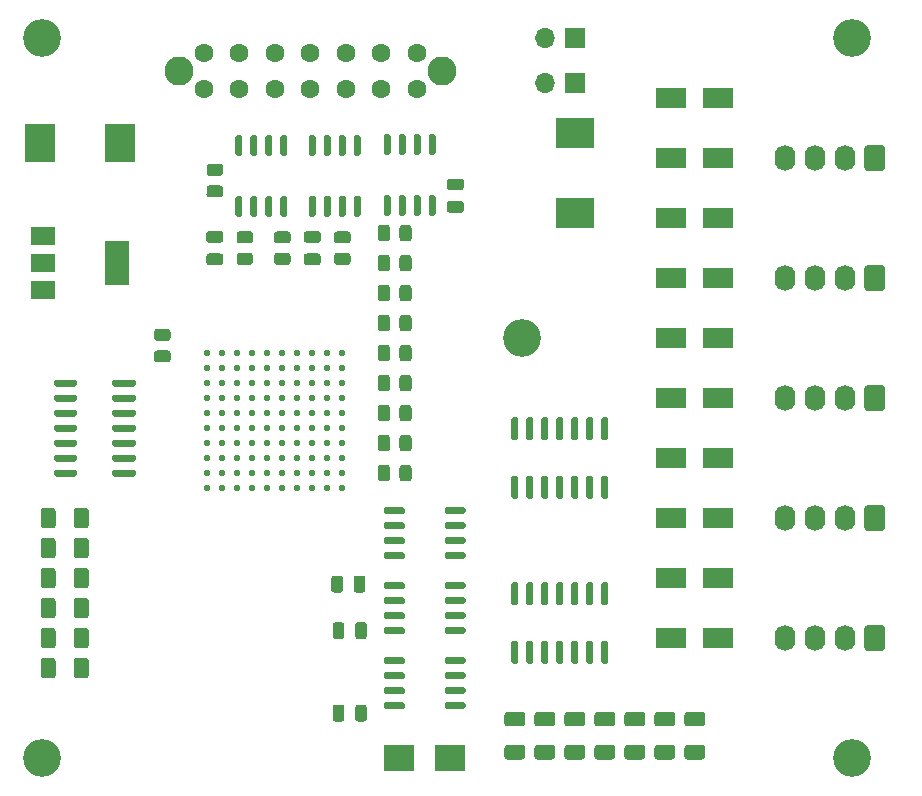
<source format=gts>
G04 #@! TF.GenerationSoftware,KiCad,Pcbnew,5.1.12-84ad8e8a86~92~ubuntu20.04.1*
G04 #@! TF.CreationDate,2021-12-18T18:34:38-08:00*
G04 #@! TF.ProjectId,RspPiPicoIMU,52737050-6950-4696-936f-494d552e6b69,1.0*
G04 #@! TF.SameCoordinates,Original*
G04 #@! TF.FileFunction,Soldermask,Top*
G04 #@! TF.FilePolarity,Negative*
%FSLAX46Y46*%
G04 Gerber Fmt 4.6, Leading zero omitted, Abs format (unit mm)*
G04 Created by KiCad (PCBNEW 5.1.12-84ad8e8a86~92~ubuntu20.04.1) date 2021-12-18 18:34:38*
%MOMM*%
%LPD*%
G01*
G04 APERTURE LIST*
%ADD10C,3.200000*%
%ADD11C,0.560000*%
%ADD12R,2.500000X2.300000*%
%ADD13R,2.500000X1.800000*%
%ADD14R,3.300000X2.500000*%
%ADD15R,2.500000X3.300000*%
%ADD16O,1.740000X2.190000*%
%ADD17R,1.700000X1.700000*%
%ADD18O,1.700000X1.700000*%
%ADD19R,2.000000X3.800000*%
%ADD20R,2.000000X1.500000*%
%ADD21C,2.460244*%
%ADD22C,1.605000*%
G04 APERTURE END LIST*
D10*
X137795000Y-95250000D03*
D11*
X122555000Y-96520000D03*
X121285000Y-96520000D03*
X120015000Y-96520000D03*
X118745000Y-96520000D03*
X117475000Y-96520000D03*
X116205000Y-96520000D03*
X114935000Y-96520000D03*
X113665000Y-96520000D03*
X112395000Y-96520000D03*
X111125000Y-96520000D03*
X122555000Y-97790000D03*
X121285000Y-97790000D03*
X120015000Y-97790000D03*
X118745000Y-97790000D03*
X117475000Y-97790000D03*
X116205000Y-97790000D03*
X114935000Y-97790000D03*
X113665000Y-97790000D03*
X112395000Y-97790000D03*
X111125000Y-97790000D03*
X122555000Y-99060000D03*
X121285000Y-99060000D03*
X120015000Y-99060000D03*
X118745000Y-99060000D03*
X117475000Y-99060000D03*
X116205000Y-99060000D03*
X114935000Y-99060000D03*
X113665000Y-99060000D03*
X112395000Y-99060000D03*
X111125000Y-99060000D03*
X122555000Y-100330000D03*
X121285000Y-100330000D03*
X120015000Y-100330000D03*
X118745000Y-100330000D03*
X117475000Y-100330000D03*
X116205000Y-100330000D03*
X114935000Y-100330000D03*
X113665000Y-100330000D03*
X112395000Y-100330000D03*
X111125000Y-100330000D03*
X122555000Y-101600000D03*
X121285000Y-101600000D03*
X120015000Y-101600000D03*
X118745000Y-101600000D03*
X117475000Y-101600000D03*
X116205000Y-101600000D03*
X114935000Y-101600000D03*
X113665000Y-101600000D03*
X112395000Y-101600000D03*
X111125000Y-101600000D03*
X122555000Y-102870000D03*
X121285000Y-102870000D03*
X120015000Y-102870000D03*
X118745000Y-102870000D03*
X117475000Y-102870000D03*
X116205000Y-102870000D03*
X114935000Y-102870000D03*
X113665000Y-102870000D03*
X112395000Y-102870000D03*
X111125000Y-102870000D03*
X122555000Y-104140000D03*
X121285000Y-104140000D03*
X120015000Y-104140000D03*
X118745000Y-104140000D03*
X117475000Y-104140000D03*
X116205000Y-104140000D03*
X114935000Y-104140000D03*
X113665000Y-104140000D03*
X112395000Y-104140000D03*
X111125000Y-104140000D03*
X122555000Y-105410000D03*
X121285000Y-105410000D03*
X120015000Y-105410000D03*
X118745000Y-105410000D03*
X117475000Y-105410000D03*
X116205000Y-105410000D03*
X114935000Y-105410000D03*
X113665000Y-105410000D03*
X112395000Y-105410000D03*
X111125000Y-105410000D03*
X122555000Y-106680000D03*
X121285000Y-106680000D03*
X120015000Y-106680000D03*
X118745000Y-106680000D03*
X117475000Y-106680000D03*
X116205000Y-106680000D03*
X114935000Y-106680000D03*
X113665000Y-106680000D03*
X112395000Y-106680000D03*
X111125000Y-106680000D03*
X122555000Y-107950000D03*
X121285000Y-107950000D03*
X120015000Y-107950000D03*
X118745000Y-107950000D03*
X117475000Y-107950000D03*
X116205000Y-107950000D03*
X114935000Y-107950000D03*
X113665000Y-107950000D03*
X112395000Y-107950000D03*
X111125000Y-107950000D03*
G36*
G01*
X98150000Y-99210000D02*
X98150000Y-98910000D01*
G75*
G02*
X98300000Y-98760000I150000J0D01*
G01*
X99950000Y-98760000D01*
G75*
G02*
X100100000Y-98910000I0J-150000D01*
G01*
X100100000Y-99210000D01*
G75*
G02*
X99950000Y-99360000I-150000J0D01*
G01*
X98300000Y-99360000D01*
G75*
G02*
X98150000Y-99210000I0J150000D01*
G01*
G37*
G36*
G01*
X98150000Y-100480000D02*
X98150000Y-100180000D01*
G75*
G02*
X98300000Y-100030000I150000J0D01*
G01*
X99950000Y-100030000D01*
G75*
G02*
X100100000Y-100180000I0J-150000D01*
G01*
X100100000Y-100480000D01*
G75*
G02*
X99950000Y-100630000I-150000J0D01*
G01*
X98300000Y-100630000D01*
G75*
G02*
X98150000Y-100480000I0J150000D01*
G01*
G37*
G36*
G01*
X98150000Y-101750000D02*
X98150000Y-101450000D01*
G75*
G02*
X98300000Y-101300000I150000J0D01*
G01*
X99950000Y-101300000D01*
G75*
G02*
X100100000Y-101450000I0J-150000D01*
G01*
X100100000Y-101750000D01*
G75*
G02*
X99950000Y-101900000I-150000J0D01*
G01*
X98300000Y-101900000D01*
G75*
G02*
X98150000Y-101750000I0J150000D01*
G01*
G37*
G36*
G01*
X98150000Y-103020000D02*
X98150000Y-102720000D01*
G75*
G02*
X98300000Y-102570000I150000J0D01*
G01*
X99950000Y-102570000D01*
G75*
G02*
X100100000Y-102720000I0J-150000D01*
G01*
X100100000Y-103020000D01*
G75*
G02*
X99950000Y-103170000I-150000J0D01*
G01*
X98300000Y-103170000D01*
G75*
G02*
X98150000Y-103020000I0J150000D01*
G01*
G37*
G36*
G01*
X98150000Y-104290000D02*
X98150000Y-103990000D01*
G75*
G02*
X98300000Y-103840000I150000J0D01*
G01*
X99950000Y-103840000D01*
G75*
G02*
X100100000Y-103990000I0J-150000D01*
G01*
X100100000Y-104290000D01*
G75*
G02*
X99950000Y-104440000I-150000J0D01*
G01*
X98300000Y-104440000D01*
G75*
G02*
X98150000Y-104290000I0J150000D01*
G01*
G37*
G36*
G01*
X98150000Y-105560000D02*
X98150000Y-105260000D01*
G75*
G02*
X98300000Y-105110000I150000J0D01*
G01*
X99950000Y-105110000D01*
G75*
G02*
X100100000Y-105260000I0J-150000D01*
G01*
X100100000Y-105560000D01*
G75*
G02*
X99950000Y-105710000I-150000J0D01*
G01*
X98300000Y-105710000D01*
G75*
G02*
X98150000Y-105560000I0J150000D01*
G01*
G37*
G36*
G01*
X98150000Y-106830000D02*
X98150000Y-106530000D01*
G75*
G02*
X98300000Y-106380000I150000J0D01*
G01*
X99950000Y-106380000D01*
G75*
G02*
X100100000Y-106530000I0J-150000D01*
G01*
X100100000Y-106830000D01*
G75*
G02*
X99950000Y-106980000I-150000J0D01*
G01*
X98300000Y-106980000D01*
G75*
G02*
X98150000Y-106830000I0J150000D01*
G01*
G37*
G36*
G01*
X103100000Y-106830000D02*
X103100000Y-106530000D01*
G75*
G02*
X103250000Y-106380000I150000J0D01*
G01*
X104900000Y-106380000D01*
G75*
G02*
X105050000Y-106530000I0J-150000D01*
G01*
X105050000Y-106830000D01*
G75*
G02*
X104900000Y-106980000I-150000J0D01*
G01*
X103250000Y-106980000D01*
G75*
G02*
X103100000Y-106830000I0J150000D01*
G01*
G37*
G36*
G01*
X103100000Y-105560000D02*
X103100000Y-105260000D01*
G75*
G02*
X103250000Y-105110000I150000J0D01*
G01*
X104900000Y-105110000D01*
G75*
G02*
X105050000Y-105260000I0J-150000D01*
G01*
X105050000Y-105560000D01*
G75*
G02*
X104900000Y-105710000I-150000J0D01*
G01*
X103250000Y-105710000D01*
G75*
G02*
X103100000Y-105560000I0J150000D01*
G01*
G37*
G36*
G01*
X103100000Y-104290000D02*
X103100000Y-103990000D01*
G75*
G02*
X103250000Y-103840000I150000J0D01*
G01*
X104900000Y-103840000D01*
G75*
G02*
X105050000Y-103990000I0J-150000D01*
G01*
X105050000Y-104290000D01*
G75*
G02*
X104900000Y-104440000I-150000J0D01*
G01*
X103250000Y-104440000D01*
G75*
G02*
X103100000Y-104290000I0J150000D01*
G01*
G37*
G36*
G01*
X103100000Y-103020000D02*
X103100000Y-102720000D01*
G75*
G02*
X103250000Y-102570000I150000J0D01*
G01*
X104900000Y-102570000D01*
G75*
G02*
X105050000Y-102720000I0J-150000D01*
G01*
X105050000Y-103020000D01*
G75*
G02*
X104900000Y-103170000I-150000J0D01*
G01*
X103250000Y-103170000D01*
G75*
G02*
X103100000Y-103020000I0J150000D01*
G01*
G37*
G36*
G01*
X103100000Y-101750000D02*
X103100000Y-101450000D01*
G75*
G02*
X103250000Y-101300000I150000J0D01*
G01*
X104900000Y-101300000D01*
G75*
G02*
X105050000Y-101450000I0J-150000D01*
G01*
X105050000Y-101750000D01*
G75*
G02*
X104900000Y-101900000I-150000J0D01*
G01*
X103250000Y-101900000D01*
G75*
G02*
X103100000Y-101750000I0J150000D01*
G01*
G37*
G36*
G01*
X103100000Y-100480000D02*
X103100000Y-100180000D01*
G75*
G02*
X103250000Y-100030000I150000J0D01*
G01*
X104900000Y-100030000D01*
G75*
G02*
X105050000Y-100180000I0J-150000D01*
G01*
X105050000Y-100480000D01*
G75*
G02*
X104900000Y-100630000I-150000J0D01*
G01*
X103250000Y-100630000D01*
G75*
G02*
X103100000Y-100480000I0J150000D01*
G01*
G37*
G36*
G01*
X103100000Y-99210000D02*
X103100000Y-98910000D01*
G75*
G02*
X103250000Y-98760000I150000J0D01*
G01*
X104900000Y-98760000D01*
G75*
G02*
X105050000Y-98910000I0J-150000D01*
G01*
X105050000Y-99210000D01*
G75*
G02*
X104900000Y-99360000I-150000J0D01*
G01*
X103250000Y-99360000D01*
G75*
G02*
X103100000Y-99210000I0J150000D01*
G01*
G37*
D10*
X97155000Y-69850000D03*
X165735000Y-130810000D03*
X165735000Y-69850000D03*
X97155000Y-130810000D03*
G36*
G01*
X144630000Y-120880000D02*
X144930000Y-120880000D01*
G75*
G02*
X145080000Y-121030000I0J-150000D01*
G01*
X145080000Y-122680000D01*
G75*
G02*
X144930000Y-122830000I-150000J0D01*
G01*
X144630000Y-122830000D01*
G75*
G02*
X144480000Y-122680000I0J150000D01*
G01*
X144480000Y-121030000D01*
G75*
G02*
X144630000Y-120880000I150000J0D01*
G01*
G37*
G36*
G01*
X143360000Y-120880000D02*
X143660000Y-120880000D01*
G75*
G02*
X143810000Y-121030000I0J-150000D01*
G01*
X143810000Y-122680000D01*
G75*
G02*
X143660000Y-122830000I-150000J0D01*
G01*
X143360000Y-122830000D01*
G75*
G02*
X143210000Y-122680000I0J150000D01*
G01*
X143210000Y-121030000D01*
G75*
G02*
X143360000Y-120880000I150000J0D01*
G01*
G37*
G36*
G01*
X142090000Y-120880000D02*
X142390000Y-120880000D01*
G75*
G02*
X142540000Y-121030000I0J-150000D01*
G01*
X142540000Y-122680000D01*
G75*
G02*
X142390000Y-122830000I-150000J0D01*
G01*
X142090000Y-122830000D01*
G75*
G02*
X141940000Y-122680000I0J150000D01*
G01*
X141940000Y-121030000D01*
G75*
G02*
X142090000Y-120880000I150000J0D01*
G01*
G37*
G36*
G01*
X140820000Y-120880000D02*
X141120000Y-120880000D01*
G75*
G02*
X141270000Y-121030000I0J-150000D01*
G01*
X141270000Y-122680000D01*
G75*
G02*
X141120000Y-122830000I-150000J0D01*
G01*
X140820000Y-122830000D01*
G75*
G02*
X140670000Y-122680000I0J150000D01*
G01*
X140670000Y-121030000D01*
G75*
G02*
X140820000Y-120880000I150000J0D01*
G01*
G37*
G36*
G01*
X139550000Y-120880000D02*
X139850000Y-120880000D01*
G75*
G02*
X140000000Y-121030000I0J-150000D01*
G01*
X140000000Y-122680000D01*
G75*
G02*
X139850000Y-122830000I-150000J0D01*
G01*
X139550000Y-122830000D01*
G75*
G02*
X139400000Y-122680000I0J150000D01*
G01*
X139400000Y-121030000D01*
G75*
G02*
X139550000Y-120880000I150000J0D01*
G01*
G37*
G36*
G01*
X138280000Y-120880000D02*
X138580000Y-120880000D01*
G75*
G02*
X138730000Y-121030000I0J-150000D01*
G01*
X138730000Y-122680000D01*
G75*
G02*
X138580000Y-122830000I-150000J0D01*
G01*
X138280000Y-122830000D01*
G75*
G02*
X138130000Y-122680000I0J150000D01*
G01*
X138130000Y-121030000D01*
G75*
G02*
X138280000Y-120880000I150000J0D01*
G01*
G37*
G36*
G01*
X137010000Y-120880000D02*
X137310000Y-120880000D01*
G75*
G02*
X137460000Y-121030000I0J-150000D01*
G01*
X137460000Y-122680000D01*
G75*
G02*
X137310000Y-122830000I-150000J0D01*
G01*
X137010000Y-122830000D01*
G75*
G02*
X136860000Y-122680000I0J150000D01*
G01*
X136860000Y-121030000D01*
G75*
G02*
X137010000Y-120880000I150000J0D01*
G01*
G37*
G36*
G01*
X137010000Y-115930000D02*
X137310000Y-115930000D01*
G75*
G02*
X137460000Y-116080000I0J-150000D01*
G01*
X137460000Y-117730000D01*
G75*
G02*
X137310000Y-117880000I-150000J0D01*
G01*
X137010000Y-117880000D01*
G75*
G02*
X136860000Y-117730000I0J150000D01*
G01*
X136860000Y-116080000D01*
G75*
G02*
X137010000Y-115930000I150000J0D01*
G01*
G37*
G36*
G01*
X138280000Y-115930000D02*
X138580000Y-115930000D01*
G75*
G02*
X138730000Y-116080000I0J-150000D01*
G01*
X138730000Y-117730000D01*
G75*
G02*
X138580000Y-117880000I-150000J0D01*
G01*
X138280000Y-117880000D01*
G75*
G02*
X138130000Y-117730000I0J150000D01*
G01*
X138130000Y-116080000D01*
G75*
G02*
X138280000Y-115930000I150000J0D01*
G01*
G37*
G36*
G01*
X139550000Y-115930000D02*
X139850000Y-115930000D01*
G75*
G02*
X140000000Y-116080000I0J-150000D01*
G01*
X140000000Y-117730000D01*
G75*
G02*
X139850000Y-117880000I-150000J0D01*
G01*
X139550000Y-117880000D01*
G75*
G02*
X139400000Y-117730000I0J150000D01*
G01*
X139400000Y-116080000D01*
G75*
G02*
X139550000Y-115930000I150000J0D01*
G01*
G37*
G36*
G01*
X140820000Y-115930000D02*
X141120000Y-115930000D01*
G75*
G02*
X141270000Y-116080000I0J-150000D01*
G01*
X141270000Y-117730000D01*
G75*
G02*
X141120000Y-117880000I-150000J0D01*
G01*
X140820000Y-117880000D01*
G75*
G02*
X140670000Y-117730000I0J150000D01*
G01*
X140670000Y-116080000D01*
G75*
G02*
X140820000Y-115930000I150000J0D01*
G01*
G37*
G36*
G01*
X142090000Y-115930000D02*
X142390000Y-115930000D01*
G75*
G02*
X142540000Y-116080000I0J-150000D01*
G01*
X142540000Y-117730000D01*
G75*
G02*
X142390000Y-117880000I-150000J0D01*
G01*
X142090000Y-117880000D01*
G75*
G02*
X141940000Y-117730000I0J150000D01*
G01*
X141940000Y-116080000D01*
G75*
G02*
X142090000Y-115930000I150000J0D01*
G01*
G37*
G36*
G01*
X143360000Y-115930000D02*
X143660000Y-115930000D01*
G75*
G02*
X143810000Y-116080000I0J-150000D01*
G01*
X143810000Y-117730000D01*
G75*
G02*
X143660000Y-117880000I-150000J0D01*
G01*
X143360000Y-117880000D01*
G75*
G02*
X143210000Y-117730000I0J150000D01*
G01*
X143210000Y-116080000D01*
G75*
G02*
X143360000Y-115930000I150000J0D01*
G01*
G37*
G36*
G01*
X144630000Y-115930000D02*
X144930000Y-115930000D01*
G75*
G02*
X145080000Y-116080000I0J-150000D01*
G01*
X145080000Y-117730000D01*
G75*
G02*
X144930000Y-117880000I-150000J0D01*
G01*
X144630000Y-117880000D01*
G75*
G02*
X144480000Y-117730000I0J150000D01*
G01*
X144480000Y-116080000D01*
G75*
G02*
X144630000Y-115930000I150000J0D01*
G01*
G37*
G36*
G01*
X144630000Y-106910000D02*
X144930000Y-106910000D01*
G75*
G02*
X145080000Y-107060000I0J-150000D01*
G01*
X145080000Y-108710000D01*
G75*
G02*
X144930000Y-108860000I-150000J0D01*
G01*
X144630000Y-108860000D01*
G75*
G02*
X144480000Y-108710000I0J150000D01*
G01*
X144480000Y-107060000D01*
G75*
G02*
X144630000Y-106910000I150000J0D01*
G01*
G37*
G36*
G01*
X143360000Y-106910000D02*
X143660000Y-106910000D01*
G75*
G02*
X143810000Y-107060000I0J-150000D01*
G01*
X143810000Y-108710000D01*
G75*
G02*
X143660000Y-108860000I-150000J0D01*
G01*
X143360000Y-108860000D01*
G75*
G02*
X143210000Y-108710000I0J150000D01*
G01*
X143210000Y-107060000D01*
G75*
G02*
X143360000Y-106910000I150000J0D01*
G01*
G37*
G36*
G01*
X142090000Y-106910000D02*
X142390000Y-106910000D01*
G75*
G02*
X142540000Y-107060000I0J-150000D01*
G01*
X142540000Y-108710000D01*
G75*
G02*
X142390000Y-108860000I-150000J0D01*
G01*
X142090000Y-108860000D01*
G75*
G02*
X141940000Y-108710000I0J150000D01*
G01*
X141940000Y-107060000D01*
G75*
G02*
X142090000Y-106910000I150000J0D01*
G01*
G37*
G36*
G01*
X140820000Y-106910000D02*
X141120000Y-106910000D01*
G75*
G02*
X141270000Y-107060000I0J-150000D01*
G01*
X141270000Y-108710000D01*
G75*
G02*
X141120000Y-108860000I-150000J0D01*
G01*
X140820000Y-108860000D01*
G75*
G02*
X140670000Y-108710000I0J150000D01*
G01*
X140670000Y-107060000D01*
G75*
G02*
X140820000Y-106910000I150000J0D01*
G01*
G37*
G36*
G01*
X139550000Y-106910000D02*
X139850000Y-106910000D01*
G75*
G02*
X140000000Y-107060000I0J-150000D01*
G01*
X140000000Y-108710000D01*
G75*
G02*
X139850000Y-108860000I-150000J0D01*
G01*
X139550000Y-108860000D01*
G75*
G02*
X139400000Y-108710000I0J150000D01*
G01*
X139400000Y-107060000D01*
G75*
G02*
X139550000Y-106910000I150000J0D01*
G01*
G37*
G36*
G01*
X138280000Y-106910000D02*
X138580000Y-106910000D01*
G75*
G02*
X138730000Y-107060000I0J-150000D01*
G01*
X138730000Y-108710000D01*
G75*
G02*
X138580000Y-108860000I-150000J0D01*
G01*
X138280000Y-108860000D01*
G75*
G02*
X138130000Y-108710000I0J150000D01*
G01*
X138130000Y-107060000D01*
G75*
G02*
X138280000Y-106910000I150000J0D01*
G01*
G37*
G36*
G01*
X137010000Y-106910000D02*
X137310000Y-106910000D01*
G75*
G02*
X137460000Y-107060000I0J-150000D01*
G01*
X137460000Y-108710000D01*
G75*
G02*
X137310000Y-108860000I-150000J0D01*
G01*
X137010000Y-108860000D01*
G75*
G02*
X136860000Y-108710000I0J150000D01*
G01*
X136860000Y-107060000D01*
G75*
G02*
X137010000Y-106910000I150000J0D01*
G01*
G37*
G36*
G01*
X137010000Y-101960000D02*
X137310000Y-101960000D01*
G75*
G02*
X137460000Y-102110000I0J-150000D01*
G01*
X137460000Y-103760000D01*
G75*
G02*
X137310000Y-103910000I-150000J0D01*
G01*
X137010000Y-103910000D01*
G75*
G02*
X136860000Y-103760000I0J150000D01*
G01*
X136860000Y-102110000D01*
G75*
G02*
X137010000Y-101960000I150000J0D01*
G01*
G37*
G36*
G01*
X138280000Y-101960000D02*
X138580000Y-101960000D01*
G75*
G02*
X138730000Y-102110000I0J-150000D01*
G01*
X138730000Y-103760000D01*
G75*
G02*
X138580000Y-103910000I-150000J0D01*
G01*
X138280000Y-103910000D01*
G75*
G02*
X138130000Y-103760000I0J150000D01*
G01*
X138130000Y-102110000D01*
G75*
G02*
X138280000Y-101960000I150000J0D01*
G01*
G37*
G36*
G01*
X139550000Y-101960000D02*
X139850000Y-101960000D01*
G75*
G02*
X140000000Y-102110000I0J-150000D01*
G01*
X140000000Y-103760000D01*
G75*
G02*
X139850000Y-103910000I-150000J0D01*
G01*
X139550000Y-103910000D01*
G75*
G02*
X139400000Y-103760000I0J150000D01*
G01*
X139400000Y-102110000D01*
G75*
G02*
X139550000Y-101960000I150000J0D01*
G01*
G37*
G36*
G01*
X140820000Y-101960000D02*
X141120000Y-101960000D01*
G75*
G02*
X141270000Y-102110000I0J-150000D01*
G01*
X141270000Y-103760000D01*
G75*
G02*
X141120000Y-103910000I-150000J0D01*
G01*
X140820000Y-103910000D01*
G75*
G02*
X140670000Y-103760000I0J150000D01*
G01*
X140670000Y-102110000D01*
G75*
G02*
X140820000Y-101960000I150000J0D01*
G01*
G37*
G36*
G01*
X142090000Y-101960000D02*
X142390000Y-101960000D01*
G75*
G02*
X142540000Y-102110000I0J-150000D01*
G01*
X142540000Y-103760000D01*
G75*
G02*
X142390000Y-103910000I-150000J0D01*
G01*
X142090000Y-103910000D01*
G75*
G02*
X141940000Y-103760000I0J150000D01*
G01*
X141940000Y-102110000D01*
G75*
G02*
X142090000Y-101960000I150000J0D01*
G01*
G37*
G36*
G01*
X143360000Y-101960000D02*
X143660000Y-101960000D01*
G75*
G02*
X143810000Y-102110000I0J-150000D01*
G01*
X143810000Y-103760000D01*
G75*
G02*
X143660000Y-103910000I-150000J0D01*
G01*
X143360000Y-103910000D01*
G75*
G02*
X143210000Y-103760000I0J150000D01*
G01*
X143210000Y-102110000D01*
G75*
G02*
X143360000Y-101960000I150000J0D01*
G01*
G37*
G36*
G01*
X144630000Y-101960000D02*
X144930000Y-101960000D01*
G75*
G02*
X145080000Y-102110000I0J-150000D01*
G01*
X145080000Y-103760000D01*
G75*
G02*
X144930000Y-103910000I-150000J0D01*
G01*
X144630000Y-103910000D01*
G75*
G02*
X144480000Y-103760000I0J150000D01*
G01*
X144480000Y-102110000D01*
G75*
G02*
X144630000Y-101960000I150000J0D01*
G01*
G37*
G36*
G01*
X132990000Y-119865000D02*
X132990000Y-120165000D01*
G75*
G02*
X132840000Y-120315000I-150000J0D01*
G01*
X131390000Y-120315000D01*
G75*
G02*
X131240000Y-120165000I0J150000D01*
G01*
X131240000Y-119865000D01*
G75*
G02*
X131390000Y-119715000I150000J0D01*
G01*
X132840000Y-119715000D01*
G75*
G02*
X132990000Y-119865000I0J-150000D01*
G01*
G37*
G36*
G01*
X132990000Y-118595000D02*
X132990000Y-118895000D01*
G75*
G02*
X132840000Y-119045000I-150000J0D01*
G01*
X131390000Y-119045000D01*
G75*
G02*
X131240000Y-118895000I0J150000D01*
G01*
X131240000Y-118595000D01*
G75*
G02*
X131390000Y-118445000I150000J0D01*
G01*
X132840000Y-118445000D01*
G75*
G02*
X132990000Y-118595000I0J-150000D01*
G01*
G37*
G36*
G01*
X132990000Y-117325000D02*
X132990000Y-117625000D01*
G75*
G02*
X132840000Y-117775000I-150000J0D01*
G01*
X131390000Y-117775000D01*
G75*
G02*
X131240000Y-117625000I0J150000D01*
G01*
X131240000Y-117325000D01*
G75*
G02*
X131390000Y-117175000I150000J0D01*
G01*
X132840000Y-117175000D01*
G75*
G02*
X132990000Y-117325000I0J-150000D01*
G01*
G37*
G36*
G01*
X132990000Y-116055000D02*
X132990000Y-116355000D01*
G75*
G02*
X132840000Y-116505000I-150000J0D01*
G01*
X131390000Y-116505000D01*
G75*
G02*
X131240000Y-116355000I0J150000D01*
G01*
X131240000Y-116055000D01*
G75*
G02*
X131390000Y-115905000I150000J0D01*
G01*
X132840000Y-115905000D01*
G75*
G02*
X132990000Y-116055000I0J-150000D01*
G01*
G37*
G36*
G01*
X127840000Y-116055000D02*
X127840000Y-116355000D01*
G75*
G02*
X127690000Y-116505000I-150000J0D01*
G01*
X126240000Y-116505000D01*
G75*
G02*
X126090000Y-116355000I0J150000D01*
G01*
X126090000Y-116055000D01*
G75*
G02*
X126240000Y-115905000I150000J0D01*
G01*
X127690000Y-115905000D01*
G75*
G02*
X127840000Y-116055000I0J-150000D01*
G01*
G37*
G36*
G01*
X127840000Y-117325000D02*
X127840000Y-117625000D01*
G75*
G02*
X127690000Y-117775000I-150000J0D01*
G01*
X126240000Y-117775000D01*
G75*
G02*
X126090000Y-117625000I0J150000D01*
G01*
X126090000Y-117325000D01*
G75*
G02*
X126240000Y-117175000I150000J0D01*
G01*
X127690000Y-117175000D01*
G75*
G02*
X127840000Y-117325000I0J-150000D01*
G01*
G37*
G36*
G01*
X127840000Y-118595000D02*
X127840000Y-118895000D01*
G75*
G02*
X127690000Y-119045000I-150000J0D01*
G01*
X126240000Y-119045000D01*
G75*
G02*
X126090000Y-118895000I0J150000D01*
G01*
X126090000Y-118595000D01*
G75*
G02*
X126240000Y-118445000I150000J0D01*
G01*
X127690000Y-118445000D01*
G75*
G02*
X127840000Y-118595000I0J-150000D01*
G01*
G37*
G36*
G01*
X127840000Y-119865000D02*
X127840000Y-120165000D01*
G75*
G02*
X127690000Y-120315000I-150000J0D01*
G01*
X126240000Y-120315000D01*
G75*
G02*
X126090000Y-120165000I0J150000D01*
G01*
X126090000Y-119865000D01*
G75*
G02*
X126240000Y-119715000I150000J0D01*
G01*
X127690000Y-119715000D01*
G75*
G02*
X127840000Y-119865000I0J-150000D01*
G01*
G37*
G36*
G01*
X111285000Y-88080000D02*
X112235000Y-88080000D01*
G75*
G02*
X112485000Y-88330000I0J-250000D01*
G01*
X112485000Y-88830000D01*
G75*
G02*
X112235000Y-89080000I-250000J0D01*
G01*
X111285000Y-89080000D01*
G75*
G02*
X111035000Y-88830000I0J250000D01*
G01*
X111035000Y-88330000D01*
G75*
G02*
X111285000Y-88080000I250000J0D01*
G01*
G37*
G36*
G01*
X111285000Y-86180000D02*
X112235000Y-86180000D01*
G75*
G02*
X112485000Y-86430000I0J-250000D01*
G01*
X112485000Y-86930000D01*
G75*
G02*
X112235000Y-87180000I-250000J0D01*
G01*
X111285000Y-87180000D01*
G75*
G02*
X111035000Y-86930000I0J250000D01*
G01*
X111035000Y-86430000D01*
G75*
G02*
X111285000Y-86180000I250000J0D01*
G01*
G37*
G36*
G01*
X119540000Y-86180000D02*
X120490000Y-86180000D01*
G75*
G02*
X120740000Y-86430000I0J-250000D01*
G01*
X120740000Y-86930000D01*
G75*
G02*
X120490000Y-87180000I-250000J0D01*
G01*
X119540000Y-87180000D01*
G75*
G02*
X119290000Y-86930000I0J250000D01*
G01*
X119290000Y-86430000D01*
G75*
G02*
X119540000Y-86180000I250000J0D01*
G01*
G37*
G36*
G01*
X119540000Y-88080000D02*
X120490000Y-88080000D01*
G75*
G02*
X120740000Y-88330000I0J-250000D01*
G01*
X120740000Y-88830000D01*
G75*
G02*
X120490000Y-89080000I-250000J0D01*
G01*
X119540000Y-89080000D01*
G75*
G02*
X119290000Y-88830000I0J250000D01*
G01*
X119290000Y-88330000D01*
G75*
G02*
X119540000Y-88080000I250000J0D01*
G01*
G37*
G36*
G01*
X132605800Y-84635000D02*
X131655800Y-84635000D01*
G75*
G02*
X131405800Y-84385000I0J250000D01*
G01*
X131405800Y-83885000D01*
G75*
G02*
X131655800Y-83635000I250000J0D01*
G01*
X132605800Y-83635000D01*
G75*
G02*
X132855800Y-83885000I0J-250000D01*
G01*
X132855800Y-84385000D01*
G75*
G02*
X132605800Y-84635000I-250000J0D01*
G01*
G37*
G36*
G01*
X132605800Y-82735000D02*
X131655800Y-82735000D01*
G75*
G02*
X131405800Y-82485000I0J250000D01*
G01*
X131405800Y-81985000D01*
G75*
G02*
X131655800Y-81735000I250000J0D01*
G01*
X132605800Y-81735000D01*
G75*
G02*
X132855800Y-81985000I0J-250000D01*
G01*
X132855800Y-82485000D01*
G75*
G02*
X132605800Y-82735000I-250000J0D01*
G01*
G37*
G36*
G01*
X121613000Y-116553000D02*
X121613000Y-115603000D01*
G75*
G02*
X121863000Y-115353000I250000J0D01*
G01*
X122363000Y-115353000D01*
G75*
G02*
X122613000Y-115603000I0J-250000D01*
G01*
X122613000Y-116553000D01*
G75*
G02*
X122363000Y-116803000I-250000J0D01*
G01*
X121863000Y-116803000D01*
G75*
G02*
X121613000Y-116553000I0J250000D01*
G01*
G37*
G36*
G01*
X123513000Y-116553000D02*
X123513000Y-115603000D01*
G75*
G02*
X123763000Y-115353000I250000J0D01*
G01*
X124263000Y-115353000D01*
G75*
G02*
X124513000Y-115603000I0J-250000D01*
G01*
X124513000Y-116553000D01*
G75*
G02*
X124263000Y-116803000I-250000J0D01*
G01*
X123763000Y-116803000D01*
G75*
G02*
X123513000Y-116553000I0J250000D01*
G01*
G37*
G36*
G01*
X121740000Y-127475000D02*
X121740000Y-126525000D01*
G75*
G02*
X121990000Y-126275000I250000J0D01*
G01*
X122490000Y-126275000D01*
G75*
G02*
X122740000Y-126525000I0J-250000D01*
G01*
X122740000Y-127475000D01*
G75*
G02*
X122490000Y-127725000I-250000J0D01*
G01*
X121990000Y-127725000D01*
G75*
G02*
X121740000Y-127475000I0J250000D01*
G01*
G37*
G36*
G01*
X123640000Y-127475000D02*
X123640000Y-126525000D01*
G75*
G02*
X123890000Y-126275000I250000J0D01*
G01*
X124390000Y-126275000D01*
G75*
G02*
X124640000Y-126525000I0J-250000D01*
G01*
X124640000Y-127475000D01*
G75*
G02*
X124390000Y-127725000I-250000J0D01*
G01*
X123890000Y-127725000D01*
G75*
G02*
X123640000Y-127475000I0J250000D01*
G01*
G37*
G36*
G01*
X122740000Y-119540000D02*
X122740000Y-120490000D01*
G75*
G02*
X122490000Y-120740000I-250000J0D01*
G01*
X121990000Y-120740000D01*
G75*
G02*
X121740000Y-120490000I0J250000D01*
G01*
X121740000Y-119540000D01*
G75*
G02*
X121990000Y-119290000I250000J0D01*
G01*
X122490000Y-119290000D01*
G75*
G02*
X122740000Y-119540000I0J-250000D01*
G01*
G37*
G36*
G01*
X124640000Y-119540000D02*
X124640000Y-120490000D01*
G75*
G02*
X124390000Y-120740000I-250000J0D01*
G01*
X123890000Y-120740000D01*
G75*
G02*
X123640000Y-120490000I0J250000D01*
G01*
X123640000Y-119540000D01*
G75*
G02*
X123890000Y-119290000I250000J0D01*
G01*
X124390000Y-119290000D01*
G75*
G02*
X124640000Y-119540000I0J-250000D01*
G01*
G37*
G36*
G01*
X101085000Y-114945000D02*
X101085000Y-116195000D01*
G75*
G02*
X100835000Y-116445000I-250000J0D01*
G01*
X100085000Y-116445000D01*
G75*
G02*
X99835000Y-116195000I0J250000D01*
G01*
X99835000Y-114945000D01*
G75*
G02*
X100085000Y-114695000I250000J0D01*
G01*
X100835000Y-114695000D01*
G75*
G02*
X101085000Y-114945000I0J-250000D01*
G01*
G37*
G36*
G01*
X98285000Y-114945000D02*
X98285000Y-116195000D01*
G75*
G02*
X98035000Y-116445000I-250000J0D01*
G01*
X97285000Y-116445000D01*
G75*
G02*
X97035000Y-116195000I0J250000D01*
G01*
X97035000Y-114945000D01*
G75*
G02*
X97285000Y-114695000I250000J0D01*
G01*
X98035000Y-114695000D01*
G75*
G02*
X98285000Y-114945000I0J-250000D01*
G01*
G37*
G36*
G01*
X101085000Y-112405000D02*
X101085000Y-113655000D01*
G75*
G02*
X100835000Y-113905000I-250000J0D01*
G01*
X100085000Y-113905000D01*
G75*
G02*
X99835000Y-113655000I0J250000D01*
G01*
X99835000Y-112405000D01*
G75*
G02*
X100085000Y-112155000I250000J0D01*
G01*
X100835000Y-112155000D01*
G75*
G02*
X101085000Y-112405000I0J-250000D01*
G01*
G37*
G36*
G01*
X98285000Y-112405000D02*
X98285000Y-113655000D01*
G75*
G02*
X98035000Y-113905000I-250000J0D01*
G01*
X97285000Y-113905000D01*
G75*
G02*
X97035000Y-113655000I0J250000D01*
G01*
X97035000Y-112405000D01*
G75*
G02*
X97285000Y-112155000I250000J0D01*
G01*
X98035000Y-112155000D01*
G75*
G02*
X98285000Y-112405000I0J-250000D01*
G01*
G37*
G36*
G01*
X98285000Y-109865000D02*
X98285000Y-111115000D01*
G75*
G02*
X98035000Y-111365000I-250000J0D01*
G01*
X97285000Y-111365000D01*
G75*
G02*
X97035000Y-111115000I0J250000D01*
G01*
X97035000Y-109865000D01*
G75*
G02*
X97285000Y-109615000I250000J0D01*
G01*
X98035000Y-109615000D01*
G75*
G02*
X98285000Y-109865000I0J-250000D01*
G01*
G37*
G36*
G01*
X101085000Y-109865000D02*
X101085000Y-111115000D01*
G75*
G02*
X100835000Y-111365000I-250000J0D01*
G01*
X100085000Y-111365000D01*
G75*
G02*
X99835000Y-111115000I0J250000D01*
G01*
X99835000Y-109865000D01*
G75*
G02*
X100085000Y-109615000I250000J0D01*
G01*
X100835000Y-109615000D01*
G75*
G02*
X101085000Y-109865000I0J-250000D01*
G01*
G37*
G36*
G01*
X101085000Y-117485000D02*
X101085000Y-118735000D01*
G75*
G02*
X100835000Y-118985000I-250000J0D01*
G01*
X100085000Y-118985000D01*
G75*
G02*
X99835000Y-118735000I0J250000D01*
G01*
X99835000Y-117485000D01*
G75*
G02*
X100085000Y-117235000I250000J0D01*
G01*
X100835000Y-117235000D01*
G75*
G02*
X101085000Y-117485000I0J-250000D01*
G01*
G37*
G36*
G01*
X98285000Y-117485000D02*
X98285000Y-118735000D01*
G75*
G02*
X98035000Y-118985000I-250000J0D01*
G01*
X97285000Y-118985000D01*
G75*
G02*
X97035000Y-118735000I0J250000D01*
G01*
X97035000Y-117485000D01*
G75*
G02*
X97285000Y-117235000I250000J0D01*
G01*
X98035000Y-117235000D01*
G75*
G02*
X98285000Y-117485000I0J-250000D01*
G01*
G37*
G36*
G01*
X98285000Y-120025000D02*
X98285000Y-121275000D01*
G75*
G02*
X98035000Y-121525000I-250000J0D01*
G01*
X97285000Y-121525000D01*
G75*
G02*
X97035000Y-121275000I0J250000D01*
G01*
X97035000Y-120025000D01*
G75*
G02*
X97285000Y-119775000I250000J0D01*
G01*
X98035000Y-119775000D01*
G75*
G02*
X98285000Y-120025000I0J-250000D01*
G01*
G37*
G36*
G01*
X101085000Y-120025000D02*
X101085000Y-121275000D01*
G75*
G02*
X100835000Y-121525000I-250000J0D01*
G01*
X100085000Y-121525000D01*
G75*
G02*
X99835000Y-121275000I0J250000D01*
G01*
X99835000Y-120025000D01*
G75*
G02*
X100085000Y-119775000I250000J0D01*
G01*
X100835000Y-119775000D01*
G75*
G02*
X101085000Y-120025000I0J-250000D01*
G01*
G37*
D12*
X131690000Y-130810000D03*
X127390000Y-130810000D03*
G36*
G01*
X146695000Y-126880000D02*
X147945000Y-126880000D01*
G75*
G02*
X148195000Y-127130000I0J-250000D01*
G01*
X148195000Y-127880000D01*
G75*
G02*
X147945000Y-128130000I-250000J0D01*
G01*
X146695000Y-128130000D01*
G75*
G02*
X146445000Y-127880000I0J250000D01*
G01*
X146445000Y-127130000D01*
G75*
G02*
X146695000Y-126880000I250000J0D01*
G01*
G37*
G36*
G01*
X146695000Y-129680000D02*
X147945000Y-129680000D01*
G75*
G02*
X148195000Y-129930000I0J-250000D01*
G01*
X148195000Y-130680000D01*
G75*
G02*
X147945000Y-130930000I-250000J0D01*
G01*
X146695000Y-130930000D01*
G75*
G02*
X146445000Y-130680000I0J250000D01*
G01*
X146445000Y-129930000D01*
G75*
G02*
X146695000Y-129680000I250000J0D01*
G01*
G37*
G36*
G01*
X141615000Y-126880000D02*
X142865000Y-126880000D01*
G75*
G02*
X143115000Y-127130000I0J-250000D01*
G01*
X143115000Y-127880000D01*
G75*
G02*
X142865000Y-128130000I-250000J0D01*
G01*
X141615000Y-128130000D01*
G75*
G02*
X141365000Y-127880000I0J250000D01*
G01*
X141365000Y-127130000D01*
G75*
G02*
X141615000Y-126880000I250000J0D01*
G01*
G37*
G36*
G01*
X141615000Y-129680000D02*
X142865000Y-129680000D01*
G75*
G02*
X143115000Y-129930000I0J-250000D01*
G01*
X143115000Y-130680000D01*
G75*
G02*
X142865000Y-130930000I-250000J0D01*
G01*
X141615000Y-130930000D01*
G75*
G02*
X141365000Y-130680000I0J250000D01*
G01*
X141365000Y-129930000D01*
G75*
G02*
X141615000Y-129680000I250000J0D01*
G01*
G37*
G36*
G01*
X136535000Y-129680000D02*
X137785000Y-129680000D01*
G75*
G02*
X138035000Y-129930000I0J-250000D01*
G01*
X138035000Y-130680000D01*
G75*
G02*
X137785000Y-130930000I-250000J0D01*
G01*
X136535000Y-130930000D01*
G75*
G02*
X136285000Y-130680000I0J250000D01*
G01*
X136285000Y-129930000D01*
G75*
G02*
X136535000Y-129680000I250000J0D01*
G01*
G37*
G36*
G01*
X136535000Y-126880000D02*
X137785000Y-126880000D01*
G75*
G02*
X138035000Y-127130000I0J-250000D01*
G01*
X138035000Y-127880000D01*
G75*
G02*
X137785000Y-128130000I-250000J0D01*
G01*
X136535000Y-128130000D01*
G75*
G02*
X136285000Y-127880000I0J250000D01*
G01*
X136285000Y-127130000D01*
G75*
G02*
X136535000Y-126880000I250000J0D01*
G01*
G37*
G36*
G01*
X139075000Y-129680000D02*
X140325000Y-129680000D01*
G75*
G02*
X140575000Y-129930000I0J-250000D01*
G01*
X140575000Y-130680000D01*
G75*
G02*
X140325000Y-130930000I-250000J0D01*
G01*
X139075000Y-130930000D01*
G75*
G02*
X138825000Y-130680000I0J250000D01*
G01*
X138825000Y-129930000D01*
G75*
G02*
X139075000Y-129680000I250000J0D01*
G01*
G37*
G36*
G01*
X139075000Y-126880000D02*
X140325000Y-126880000D01*
G75*
G02*
X140575000Y-127130000I0J-250000D01*
G01*
X140575000Y-127880000D01*
G75*
G02*
X140325000Y-128130000I-250000J0D01*
G01*
X139075000Y-128130000D01*
G75*
G02*
X138825000Y-127880000I0J250000D01*
G01*
X138825000Y-127130000D01*
G75*
G02*
X139075000Y-126880000I250000J0D01*
G01*
G37*
G36*
G01*
X144155000Y-126880000D02*
X145405000Y-126880000D01*
G75*
G02*
X145655000Y-127130000I0J-250000D01*
G01*
X145655000Y-127880000D01*
G75*
G02*
X145405000Y-128130000I-250000J0D01*
G01*
X144155000Y-128130000D01*
G75*
G02*
X143905000Y-127880000I0J250000D01*
G01*
X143905000Y-127130000D01*
G75*
G02*
X144155000Y-126880000I250000J0D01*
G01*
G37*
G36*
G01*
X144155000Y-129680000D02*
X145405000Y-129680000D01*
G75*
G02*
X145655000Y-129930000I0J-250000D01*
G01*
X145655000Y-130680000D01*
G75*
G02*
X145405000Y-130930000I-250000J0D01*
G01*
X144155000Y-130930000D01*
G75*
G02*
X143905000Y-130680000I0J250000D01*
G01*
X143905000Y-129930000D01*
G75*
G02*
X144155000Y-129680000I250000J0D01*
G01*
G37*
G36*
G01*
X149235000Y-129680000D02*
X150485000Y-129680000D01*
G75*
G02*
X150735000Y-129930000I0J-250000D01*
G01*
X150735000Y-130680000D01*
G75*
G02*
X150485000Y-130930000I-250000J0D01*
G01*
X149235000Y-130930000D01*
G75*
G02*
X148985000Y-130680000I0J250000D01*
G01*
X148985000Y-129930000D01*
G75*
G02*
X149235000Y-129680000I250000J0D01*
G01*
G37*
G36*
G01*
X149235000Y-126880000D02*
X150485000Y-126880000D01*
G75*
G02*
X150735000Y-127130000I0J-250000D01*
G01*
X150735000Y-127880000D01*
G75*
G02*
X150485000Y-128130000I-250000J0D01*
G01*
X149235000Y-128130000D01*
G75*
G02*
X148985000Y-127880000I0J250000D01*
G01*
X148985000Y-127130000D01*
G75*
G02*
X149235000Y-126880000I250000J0D01*
G01*
G37*
D13*
X154400000Y-120650000D03*
X150400000Y-120650000D03*
D14*
X142240000Y-77880000D03*
X142240000Y-84680000D03*
G36*
G01*
X151775000Y-129680000D02*
X153025000Y-129680000D01*
G75*
G02*
X153275000Y-129930000I0J-250000D01*
G01*
X153275000Y-130680000D01*
G75*
G02*
X153025000Y-130930000I-250000J0D01*
G01*
X151775000Y-130930000D01*
G75*
G02*
X151525000Y-130680000I0J250000D01*
G01*
X151525000Y-129930000D01*
G75*
G02*
X151775000Y-129680000I250000J0D01*
G01*
G37*
G36*
G01*
X151775000Y-126880000D02*
X153025000Y-126880000D01*
G75*
G02*
X153275000Y-127130000I0J-250000D01*
G01*
X153275000Y-127880000D01*
G75*
G02*
X153025000Y-128130000I-250000J0D01*
G01*
X151775000Y-128130000D01*
G75*
G02*
X151525000Y-127880000I0J250000D01*
G01*
X151525000Y-127130000D01*
G75*
G02*
X151775000Y-126880000I250000J0D01*
G01*
G37*
D15*
X96930000Y-78740000D03*
X103730000Y-78740000D03*
G36*
G01*
X101085000Y-122565000D02*
X101085000Y-123815000D01*
G75*
G02*
X100835000Y-124065000I-250000J0D01*
G01*
X100085000Y-124065000D01*
G75*
G02*
X99835000Y-123815000I0J250000D01*
G01*
X99835000Y-122565000D01*
G75*
G02*
X100085000Y-122315000I250000J0D01*
G01*
X100835000Y-122315000D01*
G75*
G02*
X101085000Y-122565000I0J-250000D01*
G01*
G37*
G36*
G01*
X98285000Y-122565000D02*
X98285000Y-123815000D01*
G75*
G02*
X98035000Y-124065000I-250000J0D01*
G01*
X97285000Y-124065000D01*
G75*
G02*
X97035000Y-123815000I0J250000D01*
G01*
X97035000Y-122565000D01*
G75*
G02*
X97285000Y-122315000I250000J0D01*
G01*
X98035000Y-122315000D01*
G75*
G02*
X98285000Y-122565000I0J-250000D01*
G01*
G37*
G36*
G01*
X168510000Y-89324999D02*
X168510000Y-91015001D01*
G75*
G02*
X168260001Y-91265000I-249999J0D01*
G01*
X167019999Y-91265000D01*
G75*
G02*
X166770000Y-91015001I0J249999D01*
G01*
X166770000Y-89324999D01*
G75*
G02*
X167019999Y-89075000I249999J0D01*
G01*
X168260001Y-89075000D01*
G75*
G02*
X168510000Y-89324999I0J-249999D01*
G01*
G37*
D16*
X165100000Y-90170000D03*
X162560000Y-90170000D03*
X160020000Y-90170000D03*
X160020000Y-80010000D03*
X162560000Y-80010000D03*
X165100000Y-80010000D03*
G36*
G01*
X168510000Y-79164999D02*
X168510000Y-80855001D01*
G75*
G02*
X168260001Y-81105000I-249999J0D01*
G01*
X167019999Y-81105000D01*
G75*
G02*
X166770000Y-80855001I0J249999D01*
G01*
X166770000Y-79164999D01*
G75*
G02*
X167019999Y-78915000I249999J0D01*
G01*
X168260001Y-78915000D01*
G75*
G02*
X168510000Y-79164999I0J-249999D01*
G01*
G37*
X160020000Y-100330000D03*
X162560000Y-100330000D03*
X165100000Y-100330000D03*
G36*
G01*
X168510000Y-99484999D02*
X168510000Y-101175001D01*
G75*
G02*
X168260001Y-101425000I-249999J0D01*
G01*
X167019999Y-101425000D01*
G75*
G02*
X166770000Y-101175001I0J249999D01*
G01*
X166770000Y-99484999D01*
G75*
G02*
X167019999Y-99235000I249999J0D01*
G01*
X168260001Y-99235000D01*
G75*
G02*
X168510000Y-99484999I0J-249999D01*
G01*
G37*
G36*
G01*
X168510000Y-109644999D02*
X168510000Y-111335001D01*
G75*
G02*
X168260001Y-111585000I-249999J0D01*
G01*
X167019999Y-111585000D01*
G75*
G02*
X166770000Y-111335001I0J249999D01*
G01*
X166770000Y-109644999D01*
G75*
G02*
X167019999Y-109395000I249999J0D01*
G01*
X168260001Y-109395000D01*
G75*
G02*
X168510000Y-109644999I0J-249999D01*
G01*
G37*
X165100000Y-110490000D03*
X162560000Y-110490000D03*
X160020000Y-110490000D03*
G36*
G01*
X168510000Y-119804999D02*
X168510000Y-121495001D01*
G75*
G02*
X168260001Y-121745000I-249999J0D01*
G01*
X167019999Y-121745000D01*
G75*
G02*
X166770000Y-121495001I0J249999D01*
G01*
X166770000Y-119804999D01*
G75*
G02*
X167019999Y-119555000I249999J0D01*
G01*
X168260001Y-119555000D01*
G75*
G02*
X168510000Y-119804999I0J-249999D01*
G01*
G37*
X165100000Y-120650000D03*
X162560000Y-120650000D03*
X160020000Y-120650000D03*
D17*
X142240000Y-69850000D03*
D18*
X139700000Y-69850000D03*
X139700000Y-73660000D03*
D17*
X142240000Y-73660000D03*
G36*
G01*
X113849998Y-88030000D02*
X114750002Y-88030000D01*
G75*
G02*
X115000000Y-88279998I0J-249998D01*
G01*
X115000000Y-88805002D01*
G75*
G02*
X114750002Y-89055000I-249998J0D01*
G01*
X113849998Y-89055000D01*
G75*
G02*
X113600000Y-88805002I0J249998D01*
G01*
X113600000Y-88279998D01*
G75*
G02*
X113849998Y-88030000I249998J0D01*
G01*
G37*
G36*
G01*
X113849998Y-86205000D02*
X114750002Y-86205000D01*
G75*
G02*
X115000000Y-86454998I0J-249998D01*
G01*
X115000000Y-86980002D01*
G75*
G02*
X114750002Y-87230000I-249998J0D01*
G01*
X113849998Y-87230000D01*
G75*
G02*
X113600000Y-86980002I0J249998D01*
G01*
X113600000Y-86454998D01*
G75*
G02*
X113849998Y-86205000I249998J0D01*
G01*
G37*
G36*
G01*
X122104998Y-86205000D02*
X123005002Y-86205000D01*
G75*
G02*
X123255000Y-86454998I0J-249998D01*
G01*
X123255000Y-86980002D01*
G75*
G02*
X123005002Y-87230000I-249998J0D01*
G01*
X122104998Y-87230000D01*
G75*
G02*
X121855000Y-86980002I0J249998D01*
G01*
X121855000Y-86454998D01*
G75*
G02*
X122104998Y-86205000I249998J0D01*
G01*
G37*
G36*
G01*
X122104998Y-88030000D02*
X123005002Y-88030000D01*
G75*
G02*
X123255000Y-88279998I0J-249998D01*
G01*
X123255000Y-88805002D01*
G75*
G02*
X123005002Y-89055000I-249998J0D01*
G01*
X122104998Y-89055000D01*
G75*
G02*
X121855000Y-88805002I0J249998D01*
G01*
X121855000Y-88279998D01*
G75*
G02*
X122104998Y-88030000I249998J0D01*
G01*
G37*
G36*
G01*
X127400000Y-102050002D02*
X127400000Y-101149998D01*
G75*
G02*
X127649998Y-100900000I249998J0D01*
G01*
X128175002Y-100900000D01*
G75*
G02*
X128425000Y-101149998I0J-249998D01*
G01*
X128425000Y-102050002D01*
G75*
G02*
X128175002Y-102300000I-249998J0D01*
G01*
X127649998Y-102300000D01*
G75*
G02*
X127400000Y-102050002I0J249998D01*
G01*
G37*
G36*
G01*
X125575000Y-102050002D02*
X125575000Y-101149998D01*
G75*
G02*
X125824998Y-100900000I249998J0D01*
G01*
X126350002Y-100900000D01*
G75*
G02*
X126600000Y-101149998I0J-249998D01*
G01*
X126600000Y-102050002D01*
G75*
G02*
X126350002Y-102300000I-249998J0D01*
G01*
X125824998Y-102300000D01*
G75*
G02*
X125575000Y-102050002I0J249998D01*
G01*
G37*
G36*
G01*
X126600000Y-103689998D02*
X126600000Y-104590002D01*
G75*
G02*
X126350002Y-104840000I-249998J0D01*
G01*
X125824998Y-104840000D01*
G75*
G02*
X125575000Y-104590002I0J249998D01*
G01*
X125575000Y-103689998D01*
G75*
G02*
X125824998Y-103440000I249998J0D01*
G01*
X126350002Y-103440000D01*
G75*
G02*
X126600000Y-103689998I0J-249998D01*
G01*
G37*
G36*
G01*
X128425000Y-103689998D02*
X128425000Y-104590002D01*
G75*
G02*
X128175002Y-104840000I-249998J0D01*
G01*
X127649998Y-104840000D01*
G75*
G02*
X127400000Y-104590002I0J249998D01*
G01*
X127400000Y-103689998D01*
G75*
G02*
X127649998Y-103440000I249998J0D01*
G01*
X128175002Y-103440000D01*
G75*
G02*
X128425000Y-103689998I0J-249998D01*
G01*
G37*
G36*
G01*
X111309998Y-80490000D02*
X112210002Y-80490000D01*
G75*
G02*
X112460000Y-80739998I0J-249998D01*
G01*
X112460000Y-81265002D01*
G75*
G02*
X112210002Y-81515000I-249998J0D01*
G01*
X111309998Y-81515000D01*
G75*
G02*
X111060000Y-81265002I0J249998D01*
G01*
X111060000Y-80739998D01*
G75*
G02*
X111309998Y-80490000I249998J0D01*
G01*
G37*
G36*
G01*
X111309998Y-82315000D02*
X112210002Y-82315000D01*
G75*
G02*
X112460000Y-82564998I0J-249998D01*
G01*
X112460000Y-83090002D01*
G75*
G02*
X112210002Y-83340000I-249998J0D01*
G01*
X111309998Y-83340000D01*
G75*
G02*
X111060000Y-83090002I0J249998D01*
G01*
X111060000Y-82564998D01*
G75*
G02*
X111309998Y-82315000I249998J0D01*
G01*
G37*
G36*
G01*
X128425000Y-96069998D02*
X128425000Y-96970002D01*
G75*
G02*
X128175002Y-97220000I-249998J0D01*
G01*
X127649998Y-97220000D01*
G75*
G02*
X127400000Y-96970002I0J249998D01*
G01*
X127400000Y-96069998D01*
G75*
G02*
X127649998Y-95820000I249998J0D01*
G01*
X128175002Y-95820000D01*
G75*
G02*
X128425000Y-96069998I0J-249998D01*
G01*
G37*
G36*
G01*
X126600000Y-96069998D02*
X126600000Y-96970002D01*
G75*
G02*
X126350002Y-97220000I-249998J0D01*
G01*
X125824998Y-97220000D01*
G75*
G02*
X125575000Y-96970002I0J249998D01*
G01*
X125575000Y-96069998D01*
G75*
G02*
X125824998Y-95820000I249998J0D01*
G01*
X126350002Y-95820000D01*
G75*
G02*
X126600000Y-96069998I0J-249998D01*
G01*
G37*
G36*
G01*
X128425000Y-98609998D02*
X128425000Y-99510002D01*
G75*
G02*
X128175002Y-99760000I-249998J0D01*
G01*
X127649998Y-99760000D01*
G75*
G02*
X127400000Y-99510002I0J249998D01*
G01*
X127400000Y-98609998D01*
G75*
G02*
X127649998Y-98360000I249998J0D01*
G01*
X128175002Y-98360000D01*
G75*
G02*
X128425000Y-98609998I0J-249998D01*
G01*
G37*
G36*
G01*
X126600000Y-98609998D02*
X126600000Y-99510002D01*
G75*
G02*
X126350002Y-99760000I-249998J0D01*
G01*
X125824998Y-99760000D01*
G75*
G02*
X125575000Y-99510002I0J249998D01*
G01*
X125575000Y-98609998D01*
G75*
G02*
X125824998Y-98360000I249998J0D01*
G01*
X126350002Y-98360000D01*
G75*
G02*
X126600000Y-98609998I0J-249998D01*
G01*
G37*
G36*
G01*
X106864998Y-96285000D02*
X107765002Y-96285000D01*
G75*
G02*
X108015000Y-96534998I0J-249998D01*
G01*
X108015000Y-97060002D01*
G75*
G02*
X107765002Y-97310000I-249998J0D01*
G01*
X106864998Y-97310000D01*
G75*
G02*
X106615000Y-97060002I0J249998D01*
G01*
X106615000Y-96534998D01*
G75*
G02*
X106864998Y-96285000I249998J0D01*
G01*
G37*
G36*
G01*
X106864998Y-94460000D02*
X107765002Y-94460000D01*
G75*
G02*
X108015000Y-94709998I0J-249998D01*
G01*
X108015000Y-95235002D01*
G75*
G02*
X107765002Y-95485000I-249998J0D01*
G01*
X106864998Y-95485000D01*
G75*
G02*
X106615000Y-95235002I0J249998D01*
G01*
X106615000Y-94709998D01*
G75*
G02*
X106864998Y-94460000I249998J0D01*
G01*
G37*
G36*
G01*
X126600000Y-93529998D02*
X126600000Y-94430002D01*
G75*
G02*
X126350002Y-94680000I-249998J0D01*
G01*
X125824998Y-94680000D01*
G75*
G02*
X125575000Y-94430002I0J249998D01*
G01*
X125575000Y-93529998D01*
G75*
G02*
X125824998Y-93280000I249998J0D01*
G01*
X126350002Y-93280000D01*
G75*
G02*
X126600000Y-93529998I0J-249998D01*
G01*
G37*
G36*
G01*
X128425000Y-93529998D02*
X128425000Y-94430002D01*
G75*
G02*
X128175002Y-94680000I-249998J0D01*
G01*
X127649998Y-94680000D01*
G75*
G02*
X127400000Y-94430002I0J249998D01*
G01*
X127400000Y-93529998D01*
G75*
G02*
X127649998Y-93280000I249998J0D01*
G01*
X128175002Y-93280000D01*
G75*
G02*
X128425000Y-93529998I0J-249998D01*
G01*
G37*
G36*
G01*
X128425000Y-88449998D02*
X128425000Y-89350002D01*
G75*
G02*
X128175002Y-89600000I-249998J0D01*
G01*
X127649998Y-89600000D01*
G75*
G02*
X127400000Y-89350002I0J249998D01*
G01*
X127400000Y-88449998D01*
G75*
G02*
X127649998Y-88200000I249998J0D01*
G01*
X128175002Y-88200000D01*
G75*
G02*
X128425000Y-88449998I0J-249998D01*
G01*
G37*
G36*
G01*
X126600000Y-88449998D02*
X126600000Y-89350002D01*
G75*
G02*
X126350002Y-89600000I-249998J0D01*
G01*
X125824998Y-89600000D01*
G75*
G02*
X125575000Y-89350002I0J249998D01*
G01*
X125575000Y-88449998D01*
G75*
G02*
X125824998Y-88200000I249998J0D01*
G01*
X126350002Y-88200000D01*
G75*
G02*
X126600000Y-88449998I0J-249998D01*
G01*
G37*
G36*
G01*
X117024998Y-88030000D02*
X117925002Y-88030000D01*
G75*
G02*
X118175000Y-88279998I0J-249998D01*
G01*
X118175000Y-88805002D01*
G75*
G02*
X117925002Y-89055000I-249998J0D01*
G01*
X117024998Y-89055000D01*
G75*
G02*
X116775000Y-88805002I0J249998D01*
G01*
X116775000Y-88279998D01*
G75*
G02*
X117024998Y-88030000I249998J0D01*
G01*
G37*
G36*
G01*
X117024998Y-86205000D02*
X117925002Y-86205000D01*
G75*
G02*
X118175000Y-86454998I0J-249998D01*
G01*
X118175000Y-86980002D01*
G75*
G02*
X117925002Y-87230000I-249998J0D01*
G01*
X117024998Y-87230000D01*
G75*
G02*
X116775000Y-86980002I0J249998D01*
G01*
X116775000Y-86454998D01*
G75*
G02*
X117024998Y-86205000I249998J0D01*
G01*
G37*
G36*
G01*
X126600000Y-90989998D02*
X126600000Y-91890002D01*
G75*
G02*
X126350002Y-92140000I-249998J0D01*
G01*
X125824998Y-92140000D01*
G75*
G02*
X125575000Y-91890002I0J249998D01*
G01*
X125575000Y-90989998D01*
G75*
G02*
X125824998Y-90740000I249998J0D01*
G01*
X126350002Y-90740000D01*
G75*
G02*
X126600000Y-90989998I0J-249998D01*
G01*
G37*
G36*
G01*
X128425000Y-90989998D02*
X128425000Y-91890002D01*
G75*
G02*
X128175002Y-92140000I-249998J0D01*
G01*
X127649998Y-92140000D01*
G75*
G02*
X127400000Y-91890002I0J249998D01*
G01*
X127400000Y-90989998D01*
G75*
G02*
X127649998Y-90740000I249998J0D01*
G01*
X128175002Y-90740000D01*
G75*
G02*
X128425000Y-90989998I0J-249998D01*
G01*
G37*
G36*
G01*
X128425000Y-85909998D02*
X128425000Y-86810002D01*
G75*
G02*
X128175002Y-87060000I-249998J0D01*
G01*
X127649998Y-87060000D01*
G75*
G02*
X127400000Y-86810002I0J249998D01*
G01*
X127400000Y-85909998D01*
G75*
G02*
X127649998Y-85660000I249998J0D01*
G01*
X128175002Y-85660000D01*
G75*
G02*
X128425000Y-85909998I0J-249998D01*
G01*
G37*
G36*
G01*
X126600000Y-85909998D02*
X126600000Y-86810002D01*
G75*
G02*
X126350002Y-87060000I-249998J0D01*
G01*
X125824998Y-87060000D01*
G75*
G02*
X125575000Y-86810002I0J249998D01*
G01*
X125575000Y-85909998D01*
G75*
G02*
X125824998Y-85660000I249998J0D01*
G01*
X126350002Y-85660000D01*
G75*
G02*
X126600000Y-85909998I0J-249998D01*
G01*
G37*
G36*
G01*
X126600000Y-106229998D02*
X126600000Y-107130002D01*
G75*
G02*
X126350002Y-107380000I-249998J0D01*
G01*
X125824998Y-107380000D01*
G75*
G02*
X125575000Y-107130002I0J249998D01*
G01*
X125575000Y-106229998D01*
G75*
G02*
X125824998Y-105980000I249998J0D01*
G01*
X126350002Y-105980000D01*
G75*
G02*
X126600000Y-106229998I0J-249998D01*
G01*
G37*
G36*
G01*
X128425000Y-106229998D02*
X128425000Y-107130002D01*
G75*
G02*
X128175002Y-107380000I-249998J0D01*
G01*
X127649998Y-107380000D01*
G75*
G02*
X127400000Y-107130002I0J249998D01*
G01*
X127400000Y-106229998D01*
G75*
G02*
X127649998Y-105980000I249998J0D01*
G01*
X128175002Y-105980000D01*
G75*
G02*
X128425000Y-106229998I0J-249998D01*
G01*
G37*
G36*
G01*
X113950000Y-79835000D02*
X113650000Y-79835000D01*
G75*
G02*
X113500000Y-79685000I0J150000D01*
G01*
X113500000Y-78235000D01*
G75*
G02*
X113650000Y-78085000I150000J0D01*
G01*
X113950000Y-78085000D01*
G75*
G02*
X114100000Y-78235000I0J-150000D01*
G01*
X114100000Y-79685000D01*
G75*
G02*
X113950000Y-79835000I-150000J0D01*
G01*
G37*
G36*
G01*
X115220000Y-79835000D02*
X114920000Y-79835000D01*
G75*
G02*
X114770000Y-79685000I0J150000D01*
G01*
X114770000Y-78235000D01*
G75*
G02*
X114920000Y-78085000I150000J0D01*
G01*
X115220000Y-78085000D01*
G75*
G02*
X115370000Y-78235000I0J-150000D01*
G01*
X115370000Y-79685000D01*
G75*
G02*
X115220000Y-79835000I-150000J0D01*
G01*
G37*
G36*
G01*
X116490000Y-79835000D02*
X116190000Y-79835000D01*
G75*
G02*
X116040000Y-79685000I0J150000D01*
G01*
X116040000Y-78235000D01*
G75*
G02*
X116190000Y-78085000I150000J0D01*
G01*
X116490000Y-78085000D01*
G75*
G02*
X116640000Y-78235000I0J-150000D01*
G01*
X116640000Y-79685000D01*
G75*
G02*
X116490000Y-79835000I-150000J0D01*
G01*
G37*
G36*
G01*
X117760000Y-79835000D02*
X117460000Y-79835000D01*
G75*
G02*
X117310000Y-79685000I0J150000D01*
G01*
X117310000Y-78235000D01*
G75*
G02*
X117460000Y-78085000I150000J0D01*
G01*
X117760000Y-78085000D01*
G75*
G02*
X117910000Y-78235000I0J-150000D01*
G01*
X117910000Y-79685000D01*
G75*
G02*
X117760000Y-79835000I-150000J0D01*
G01*
G37*
G36*
G01*
X117760000Y-84985000D02*
X117460000Y-84985000D01*
G75*
G02*
X117310000Y-84835000I0J150000D01*
G01*
X117310000Y-83385000D01*
G75*
G02*
X117460000Y-83235000I150000J0D01*
G01*
X117760000Y-83235000D01*
G75*
G02*
X117910000Y-83385000I0J-150000D01*
G01*
X117910000Y-84835000D01*
G75*
G02*
X117760000Y-84985000I-150000J0D01*
G01*
G37*
G36*
G01*
X116490000Y-84985000D02*
X116190000Y-84985000D01*
G75*
G02*
X116040000Y-84835000I0J150000D01*
G01*
X116040000Y-83385000D01*
G75*
G02*
X116190000Y-83235000I150000J0D01*
G01*
X116490000Y-83235000D01*
G75*
G02*
X116640000Y-83385000I0J-150000D01*
G01*
X116640000Y-84835000D01*
G75*
G02*
X116490000Y-84985000I-150000J0D01*
G01*
G37*
G36*
G01*
X115220000Y-84985000D02*
X114920000Y-84985000D01*
G75*
G02*
X114770000Y-84835000I0J150000D01*
G01*
X114770000Y-83385000D01*
G75*
G02*
X114920000Y-83235000I150000J0D01*
G01*
X115220000Y-83235000D01*
G75*
G02*
X115370000Y-83385000I0J-150000D01*
G01*
X115370000Y-84835000D01*
G75*
G02*
X115220000Y-84985000I-150000J0D01*
G01*
G37*
G36*
G01*
X113950000Y-84985000D02*
X113650000Y-84985000D01*
G75*
G02*
X113500000Y-84835000I0J150000D01*
G01*
X113500000Y-83385000D01*
G75*
G02*
X113650000Y-83235000I150000J0D01*
G01*
X113950000Y-83235000D01*
G75*
G02*
X114100000Y-83385000I0J-150000D01*
G01*
X114100000Y-84835000D01*
G75*
G02*
X113950000Y-84985000I-150000J0D01*
G01*
G37*
G36*
G01*
X120165000Y-84960000D02*
X119865000Y-84960000D01*
G75*
G02*
X119715000Y-84810000I0J150000D01*
G01*
X119715000Y-83360000D01*
G75*
G02*
X119865000Y-83210000I150000J0D01*
G01*
X120165000Y-83210000D01*
G75*
G02*
X120315000Y-83360000I0J-150000D01*
G01*
X120315000Y-84810000D01*
G75*
G02*
X120165000Y-84960000I-150000J0D01*
G01*
G37*
G36*
G01*
X121435000Y-84960000D02*
X121135000Y-84960000D01*
G75*
G02*
X120985000Y-84810000I0J150000D01*
G01*
X120985000Y-83360000D01*
G75*
G02*
X121135000Y-83210000I150000J0D01*
G01*
X121435000Y-83210000D01*
G75*
G02*
X121585000Y-83360000I0J-150000D01*
G01*
X121585000Y-84810000D01*
G75*
G02*
X121435000Y-84960000I-150000J0D01*
G01*
G37*
G36*
G01*
X122705000Y-84960000D02*
X122405000Y-84960000D01*
G75*
G02*
X122255000Y-84810000I0J150000D01*
G01*
X122255000Y-83360000D01*
G75*
G02*
X122405000Y-83210000I150000J0D01*
G01*
X122705000Y-83210000D01*
G75*
G02*
X122855000Y-83360000I0J-150000D01*
G01*
X122855000Y-84810000D01*
G75*
G02*
X122705000Y-84960000I-150000J0D01*
G01*
G37*
G36*
G01*
X123975000Y-84960000D02*
X123675000Y-84960000D01*
G75*
G02*
X123525000Y-84810000I0J150000D01*
G01*
X123525000Y-83360000D01*
G75*
G02*
X123675000Y-83210000I150000J0D01*
G01*
X123975000Y-83210000D01*
G75*
G02*
X124125000Y-83360000I0J-150000D01*
G01*
X124125000Y-84810000D01*
G75*
G02*
X123975000Y-84960000I-150000J0D01*
G01*
G37*
G36*
G01*
X123975000Y-79810000D02*
X123675000Y-79810000D01*
G75*
G02*
X123525000Y-79660000I0J150000D01*
G01*
X123525000Y-78210000D01*
G75*
G02*
X123675000Y-78060000I150000J0D01*
G01*
X123975000Y-78060000D01*
G75*
G02*
X124125000Y-78210000I0J-150000D01*
G01*
X124125000Y-79660000D01*
G75*
G02*
X123975000Y-79810000I-150000J0D01*
G01*
G37*
G36*
G01*
X122705000Y-79810000D02*
X122405000Y-79810000D01*
G75*
G02*
X122255000Y-79660000I0J150000D01*
G01*
X122255000Y-78210000D01*
G75*
G02*
X122405000Y-78060000I150000J0D01*
G01*
X122705000Y-78060000D01*
G75*
G02*
X122855000Y-78210000I0J-150000D01*
G01*
X122855000Y-79660000D01*
G75*
G02*
X122705000Y-79810000I-150000J0D01*
G01*
G37*
G36*
G01*
X121435000Y-79810000D02*
X121135000Y-79810000D01*
G75*
G02*
X120985000Y-79660000I0J150000D01*
G01*
X120985000Y-78210000D01*
G75*
G02*
X121135000Y-78060000I150000J0D01*
G01*
X121435000Y-78060000D01*
G75*
G02*
X121585000Y-78210000I0J-150000D01*
G01*
X121585000Y-79660000D01*
G75*
G02*
X121435000Y-79810000I-150000J0D01*
G01*
G37*
G36*
G01*
X120165000Y-79810000D02*
X119865000Y-79810000D01*
G75*
G02*
X119715000Y-79660000I0J150000D01*
G01*
X119715000Y-78210000D01*
G75*
G02*
X119865000Y-78060000I150000J0D01*
G01*
X120165000Y-78060000D01*
G75*
G02*
X120315000Y-78210000I0J-150000D01*
G01*
X120315000Y-79660000D01*
G75*
G02*
X120165000Y-79810000I-150000J0D01*
G01*
G37*
G36*
G01*
X126515000Y-79735000D02*
X126215000Y-79735000D01*
G75*
G02*
X126065000Y-79585000I0J150000D01*
G01*
X126065000Y-78135000D01*
G75*
G02*
X126215000Y-77985000I150000J0D01*
G01*
X126515000Y-77985000D01*
G75*
G02*
X126665000Y-78135000I0J-150000D01*
G01*
X126665000Y-79585000D01*
G75*
G02*
X126515000Y-79735000I-150000J0D01*
G01*
G37*
G36*
G01*
X127785000Y-79735000D02*
X127485000Y-79735000D01*
G75*
G02*
X127335000Y-79585000I0J150000D01*
G01*
X127335000Y-78135000D01*
G75*
G02*
X127485000Y-77985000I150000J0D01*
G01*
X127785000Y-77985000D01*
G75*
G02*
X127935000Y-78135000I0J-150000D01*
G01*
X127935000Y-79585000D01*
G75*
G02*
X127785000Y-79735000I-150000J0D01*
G01*
G37*
G36*
G01*
X129055000Y-79735000D02*
X128755000Y-79735000D01*
G75*
G02*
X128605000Y-79585000I0J150000D01*
G01*
X128605000Y-78135000D01*
G75*
G02*
X128755000Y-77985000I150000J0D01*
G01*
X129055000Y-77985000D01*
G75*
G02*
X129205000Y-78135000I0J-150000D01*
G01*
X129205000Y-79585000D01*
G75*
G02*
X129055000Y-79735000I-150000J0D01*
G01*
G37*
G36*
G01*
X130325000Y-79735000D02*
X130025000Y-79735000D01*
G75*
G02*
X129875000Y-79585000I0J150000D01*
G01*
X129875000Y-78135000D01*
G75*
G02*
X130025000Y-77985000I150000J0D01*
G01*
X130325000Y-77985000D01*
G75*
G02*
X130475000Y-78135000I0J-150000D01*
G01*
X130475000Y-79585000D01*
G75*
G02*
X130325000Y-79735000I-150000J0D01*
G01*
G37*
G36*
G01*
X130325000Y-84885000D02*
X130025000Y-84885000D01*
G75*
G02*
X129875000Y-84735000I0J150000D01*
G01*
X129875000Y-83285000D01*
G75*
G02*
X130025000Y-83135000I150000J0D01*
G01*
X130325000Y-83135000D01*
G75*
G02*
X130475000Y-83285000I0J-150000D01*
G01*
X130475000Y-84735000D01*
G75*
G02*
X130325000Y-84885000I-150000J0D01*
G01*
G37*
G36*
G01*
X129055000Y-84885000D02*
X128755000Y-84885000D01*
G75*
G02*
X128605000Y-84735000I0J150000D01*
G01*
X128605000Y-83285000D01*
G75*
G02*
X128755000Y-83135000I150000J0D01*
G01*
X129055000Y-83135000D01*
G75*
G02*
X129205000Y-83285000I0J-150000D01*
G01*
X129205000Y-84735000D01*
G75*
G02*
X129055000Y-84885000I-150000J0D01*
G01*
G37*
G36*
G01*
X127785000Y-84885000D02*
X127485000Y-84885000D01*
G75*
G02*
X127335000Y-84735000I0J150000D01*
G01*
X127335000Y-83285000D01*
G75*
G02*
X127485000Y-83135000I150000J0D01*
G01*
X127785000Y-83135000D01*
G75*
G02*
X127935000Y-83285000I0J-150000D01*
G01*
X127935000Y-84735000D01*
G75*
G02*
X127785000Y-84885000I-150000J0D01*
G01*
G37*
G36*
G01*
X126515000Y-84885000D02*
X126215000Y-84885000D01*
G75*
G02*
X126065000Y-84735000I0J150000D01*
G01*
X126065000Y-83285000D01*
G75*
G02*
X126215000Y-83135000I150000J0D01*
G01*
X126515000Y-83135000D01*
G75*
G02*
X126665000Y-83285000I0J-150000D01*
G01*
X126665000Y-84735000D01*
G75*
G02*
X126515000Y-84885000I-150000J0D01*
G01*
G37*
G36*
G01*
X132990000Y-113515000D02*
X132990000Y-113815000D01*
G75*
G02*
X132840000Y-113965000I-150000J0D01*
G01*
X131390000Y-113965000D01*
G75*
G02*
X131240000Y-113815000I0J150000D01*
G01*
X131240000Y-113515000D01*
G75*
G02*
X131390000Y-113365000I150000J0D01*
G01*
X132840000Y-113365000D01*
G75*
G02*
X132990000Y-113515000I0J-150000D01*
G01*
G37*
G36*
G01*
X132990000Y-112245000D02*
X132990000Y-112545000D01*
G75*
G02*
X132840000Y-112695000I-150000J0D01*
G01*
X131390000Y-112695000D01*
G75*
G02*
X131240000Y-112545000I0J150000D01*
G01*
X131240000Y-112245000D01*
G75*
G02*
X131390000Y-112095000I150000J0D01*
G01*
X132840000Y-112095000D01*
G75*
G02*
X132990000Y-112245000I0J-150000D01*
G01*
G37*
G36*
G01*
X132990000Y-110975000D02*
X132990000Y-111275000D01*
G75*
G02*
X132840000Y-111425000I-150000J0D01*
G01*
X131390000Y-111425000D01*
G75*
G02*
X131240000Y-111275000I0J150000D01*
G01*
X131240000Y-110975000D01*
G75*
G02*
X131390000Y-110825000I150000J0D01*
G01*
X132840000Y-110825000D01*
G75*
G02*
X132990000Y-110975000I0J-150000D01*
G01*
G37*
G36*
G01*
X132990000Y-109705000D02*
X132990000Y-110005000D01*
G75*
G02*
X132840000Y-110155000I-150000J0D01*
G01*
X131390000Y-110155000D01*
G75*
G02*
X131240000Y-110005000I0J150000D01*
G01*
X131240000Y-109705000D01*
G75*
G02*
X131390000Y-109555000I150000J0D01*
G01*
X132840000Y-109555000D01*
G75*
G02*
X132990000Y-109705000I0J-150000D01*
G01*
G37*
G36*
G01*
X127840000Y-109705000D02*
X127840000Y-110005000D01*
G75*
G02*
X127690000Y-110155000I-150000J0D01*
G01*
X126240000Y-110155000D01*
G75*
G02*
X126090000Y-110005000I0J150000D01*
G01*
X126090000Y-109705000D01*
G75*
G02*
X126240000Y-109555000I150000J0D01*
G01*
X127690000Y-109555000D01*
G75*
G02*
X127840000Y-109705000I0J-150000D01*
G01*
G37*
G36*
G01*
X127840000Y-110975000D02*
X127840000Y-111275000D01*
G75*
G02*
X127690000Y-111425000I-150000J0D01*
G01*
X126240000Y-111425000D01*
G75*
G02*
X126090000Y-111275000I0J150000D01*
G01*
X126090000Y-110975000D01*
G75*
G02*
X126240000Y-110825000I150000J0D01*
G01*
X127690000Y-110825000D01*
G75*
G02*
X127840000Y-110975000I0J-150000D01*
G01*
G37*
G36*
G01*
X127840000Y-112245000D02*
X127840000Y-112545000D01*
G75*
G02*
X127690000Y-112695000I-150000J0D01*
G01*
X126240000Y-112695000D01*
G75*
G02*
X126090000Y-112545000I0J150000D01*
G01*
X126090000Y-112245000D01*
G75*
G02*
X126240000Y-112095000I150000J0D01*
G01*
X127690000Y-112095000D01*
G75*
G02*
X127840000Y-112245000I0J-150000D01*
G01*
G37*
G36*
G01*
X127840000Y-113515000D02*
X127840000Y-113815000D01*
G75*
G02*
X127690000Y-113965000I-150000J0D01*
G01*
X126240000Y-113965000D01*
G75*
G02*
X126090000Y-113815000I0J150000D01*
G01*
X126090000Y-113515000D01*
G75*
G02*
X126240000Y-113365000I150000J0D01*
G01*
X127690000Y-113365000D01*
G75*
G02*
X127840000Y-113515000I0J-150000D01*
G01*
G37*
G36*
G01*
X131240000Y-122705000D02*
X131240000Y-122405000D01*
G75*
G02*
X131390000Y-122255000I150000J0D01*
G01*
X132840000Y-122255000D01*
G75*
G02*
X132990000Y-122405000I0J-150000D01*
G01*
X132990000Y-122705000D01*
G75*
G02*
X132840000Y-122855000I-150000J0D01*
G01*
X131390000Y-122855000D01*
G75*
G02*
X131240000Y-122705000I0J150000D01*
G01*
G37*
G36*
G01*
X131240000Y-123975000D02*
X131240000Y-123675000D01*
G75*
G02*
X131390000Y-123525000I150000J0D01*
G01*
X132840000Y-123525000D01*
G75*
G02*
X132990000Y-123675000I0J-150000D01*
G01*
X132990000Y-123975000D01*
G75*
G02*
X132840000Y-124125000I-150000J0D01*
G01*
X131390000Y-124125000D01*
G75*
G02*
X131240000Y-123975000I0J150000D01*
G01*
G37*
G36*
G01*
X131240000Y-125245000D02*
X131240000Y-124945000D01*
G75*
G02*
X131390000Y-124795000I150000J0D01*
G01*
X132840000Y-124795000D01*
G75*
G02*
X132990000Y-124945000I0J-150000D01*
G01*
X132990000Y-125245000D01*
G75*
G02*
X132840000Y-125395000I-150000J0D01*
G01*
X131390000Y-125395000D01*
G75*
G02*
X131240000Y-125245000I0J150000D01*
G01*
G37*
G36*
G01*
X131240000Y-126515000D02*
X131240000Y-126215000D01*
G75*
G02*
X131390000Y-126065000I150000J0D01*
G01*
X132840000Y-126065000D01*
G75*
G02*
X132990000Y-126215000I0J-150000D01*
G01*
X132990000Y-126515000D01*
G75*
G02*
X132840000Y-126665000I-150000J0D01*
G01*
X131390000Y-126665000D01*
G75*
G02*
X131240000Y-126515000I0J150000D01*
G01*
G37*
G36*
G01*
X126090000Y-126515000D02*
X126090000Y-126215000D01*
G75*
G02*
X126240000Y-126065000I150000J0D01*
G01*
X127690000Y-126065000D01*
G75*
G02*
X127840000Y-126215000I0J-150000D01*
G01*
X127840000Y-126515000D01*
G75*
G02*
X127690000Y-126665000I-150000J0D01*
G01*
X126240000Y-126665000D01*
G75*
G02*
X126090000Y-126515000I0J150000D01*
G01*
G37*
G36*
G01*
X126090000Y-125245000D02*
X126090000Y-124945000D01*
G75*
G02*
X126240000Y-124795000I150000J0D01*
G01*
X127690000Y-124795000D01*
G75*
G02*
X127840000Y-124945000I0J-150000D01*
G01*
X127840000Y-125245000D01*
G75*
G02*
X127690000Y-125395000I-150000J0D01*
G01*
X126240000Y-125395000D01*
G75*
G02*
X126090000Y-125245000I0J150000D01*
G01*
G37*
G36*
G01*
X126090000Y-123975000D02*
X126090000Y-123675000D01*
G75*
G02*
X126240000Y-123525000I150000J0D01*
G01*
X127690000Y-123525000D01*
G75*
G02*
X127840000Y-123675000I0J-150000D01*
G01*
X127840000Y-123975000D01*
G75*
G02*
X127690000Y-124125000I-150000J0D01*
G01*
X126240000Y-124125000D01*
G75*
G02*
X126090000Y-123975000I0J150000D01*
G01*
G37*
G36*
G01*
X126090000Y-122705000D02*
X126090000Y-122405000D01*
G75*
G02*
X126240000Y-122255000I150000J0D01*
G01*
X127690000Y-122255000D01*
G75*
G02*
X127840000Y-122405000I0J-150000D01*
G01*
X127840000Y-122705000D01*
G75*
G02*
X127690000Y-122855000I-150000J0D01*
G01*
X126240000Y-122855000D01*
G75*
G02*
X126090000Y-122705000I0J150000D01*
G01*
G37*
D19*
X103480000Y-88900000D03*
D20*
X97180000Y-88900000D03*
X97180000Y-91200000D03*
X97180000Y-86600000D03*
D13*
X150400000Y-90170000D03*
X154400000Y-90170000D03*
X154400000Y-85090000D03*
X150400000Y-85090000D03*
X150400000Y-80010000D03*
X154400000Y-80010000D03*
X154400000Y-74930000D03*
X150400000Y-74930000D03*
X150400000Y-100330000D03*
X154400000Y-100330000D03*
X154400000Y-95250000D03*
X150400000Y-95250000D03*
X150400000Y-110490000D03*
X154400000Y-110490000D03*
X154400000Y-105410000D03*
X150400000Y-105410000D03*
X154400000Y-115570000D03*
X150400000Y-115570000D03*
D21*
X108690000Y-72620000D03*
X130990000Y-72620000D03*
D22*
X128840000Y-74120000D03*
X125840000Y-74120000D03*
X122840000Y-74120000D03*
X119840000Y-74120000D03*
X116840000Y-74120000D03*
X113840000Y-74120000D03*
X110840000Y-74120000D03*
X128840000Y-71120000D03*
X125840000Y-71120000D03*
X122840000Y-71120000D03*
X119840000Y-71120000D03*
X116840000Y-71120000D03*
X113840000Y-71120000D03*
X110840000Y-71120000D03*
M02*

</source>
